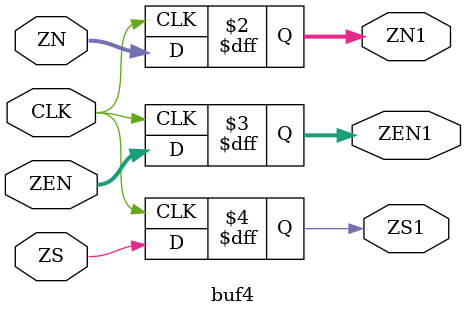
<source format=v>
`timescale 1ns / 1ps
module buf4(
    input [23:0] ZN,
    input [7:0] ZEN,
    input ZS,
	 input CLK,
    output reg [23:0] ZN1,
    output reg [7:0] ZEN1,
    output reg ZS1
    );

always @(posedge CLK) begin
ZN1<=ZN;
ZEN1<=ZEN;
ZS1<=ZS;
end
endmodule

</source>
